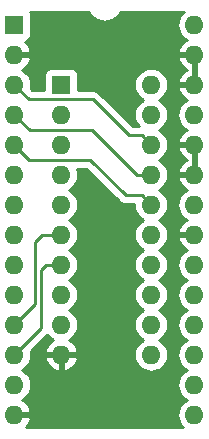
<source format=gbr>
G04 #@! TF.GenerationSoftware,KiCad,Pcbnew,(5.1.4)-1*
G04 #@! TF.CreationDate,2021-03-24T17:48:36-04:00*
G04 #@! TF.ProjectId,27c256_to_82s147,32376332-3536-45f7-946f-5f3832733134,rev?*
G04 #@! TF.SameCoordinates,Original*
G04 #@! TF.FileFunction,Copper,L2,Bot*
G04 #@! TF.FilePolarity,Positive*
%FSLAX46Y46*%
G04 Gerber Fmt 4.6, Leading zero omitted, Abs format (unit mm)*
G04 Created by KiCad (PCBNEW (5.1.4)-1) date 2021-03-24 17:48:36*
%MOMM*%
%LPD*%
G04 APERTURE LIST*
%ADD10O,1.600000X1.600000*%
%ADD11R,1.600000X1.600000*%
%ADD12C,0.250000*%
%ADD13C,0.254000*%
G04 APERTURE END LIST*
D10*
X136600000Y-85110000D03*
X128980000Y-107970000D03*
X136600000Y-87650000D03*
X128980000Y-105430000D03*
X136600000Y-90190000D03*
X128980000Y-102890000D03*
X136600000Y-92730000D03*
X128980000Y-100350000D03*
X136600000Y-95270000D03*
X128980000Y-97810000D03*
X136600000Y-97810000D03*
X128980000Y-95270000D03*
X136600000Y-100350000D03*
X128980000Y-92730000D03*
X136600000Y-102890000D03*
X128980000Y-90190000D03*
X136600000Y-105430000D03*
X128980000Y-87650000D03*
X136600000Y-107970000D03*
D11*
X128980000Y-85110000D03*
D10*
X140265001Y-80025001D03*
X125025001Y-113045001D03*
X140265001Y-82565001D03*
X125025001Y-110505001D03*
X140265001Y-85105001D03*
X125025001Y-107965001D03*
X140265001Y-87645001D03*
X125025001Y-105425001D03*
X140265001Y-90185001D03*
X125025001Y-102885001D03*
X140265001Y-92725001D03*
X125025001Y-100345001D03*
X140265001Y-95265001D03*
X125025001Y-97805001D03*
X140265001Y-97805001D03*
X125025001Y-95265001D03*
X140265001Y-100345001D03*
X125025001Y-92725001D03*
X140265001Y-102885001D03*
X125025001Y-90185001D03*
X140265001Y-105425001D03*
X125025001Y-87645001D03*
X140265001Y-107965001D03*
X125025001Y-85105001D03*
X140265001Y-110505001D03*
X125025001Y-82565001D03*
X140265001Y-113045001D03*
D11*
X125025001Y-80025001D03*
D12*
X135800001Y-89390001D02*
X134730001Y-89390001D01*
X136600000Y-90190000D02*
X135800001Y-89390001D01*
X134730001Y-89390001D02*
X131660000Y-86320000D01*
X126240000Y-86320000D02*
X125025001Y-85105001D01*
X131660000Y-86320000D02*
X126240000Y-86320000D01*
X136600000Y-92730000D02*
X135420000Y-92730000D01*
X135420000Y-92730000D02*
X131630000Y-88940000D01*
X126320000Y-88940000D02*
X125025001Y-87645001D01*
X131630000Y-88940000D02*
X126320000Y-88940000D01*
X125025001Y-107965001D02*
X127250000Y-105740002D01*
X127250000Y-105740002D02*
X127250000Y-100800000D01*
X127700000Y-100350000D02*
X128980000Y-100350000D01*
X127250000Y-100800000D02*
X127700000Y-100350000D01*
X135800001Y-94470001D02*
X134450001Y-94470001D01*
X136600000Y-95270000D02*
X135800001Y-94470001D01*
X134450001Y-94470001D02*
X131440000Y-91460000D01*
X126300000Y-91460000D02*
X125025001Y-90185001D01*
X131440000Y-91460000D02*
X126300000Y-91460000D01*
X126750000Y-103700002D02*
X125025001Y-105425001D01*
X126750000Y-98400000D02*
X126750000Y-103700002D01*
X128980000Y-97810000D02*
X127340000Y-97810000D01*
X127340000Y-97810000D02*
X126750000Y-98400000D01*
D13*
G36*
X131364750Y-79039226D02*
G01*
X131398185Y-79088795D01*
X131430955Y-79138873D01*
X131436780Y-79146014D01*
X131542523Y-79273836D01*
X131584957Y-79315975D01*
X131626820Y-79358724D01*
X131633921Y-79364598D01*
X131762477Y-79469446D01*
X131812288Y-79502540D01*
X131861660Y-79536346D01*
X131869766Y-79540729D01*
X132016239Y-79618610D01*
X132071540Y-79641403D01*
X132126525Y-79664970D01*
X132135329Y-79667695D01*
X132294139Y-79715643D01*
X132352824Y-79727263D01*
X132411332Y-79739699D01*
X132420495Y-79740662D01*
X132420497Y-79740662D01*
X132585596Y-79756850D01*
X132614443Y-79756850D01*
X132643121Y-79759964D01*
X132652336Y-79759996D01*
X132658270Y-79759975D01*
X132686936Y-79757062D01*
X132715750Y-79757263D01*
X132724922Y-79756364D01*
X132889904Y-79739024D01*
X132948536Y-79726989D01*
X133007260Y-79715787D01*
X133016080Y-79713124D01*
X133016086Y-79713122D01*
X133174554Y-79664068D01*
X133229692Y-79640890D01*
X133285164Y-79618478D01*
X133293300Y-79614152D01*
X133439226Y-79535250D01*
X133488795Y-79501815D01*
X133538873Y-79469045D01*
X133546014Y-79463220D01*
X133673836Y-79357477D01*
X133715975Y-79315043D01*
X133758724Y-79273180D01*
X133764598Y-79266079D01*
X133869446Y-79137523D01*
X133902540Y-79087712D01*
X133936346Y-79038340D01*
X133940729Y-79030234D01*
X134004658Y-78910000D01*
X139361630Y-78910000D01*
X139245393Y-79005393D01*
X139066069Y-79223900D01*
X138932819Y-79473193D01*
X138850765Y-79743692D01*
X138823058Y-80025001D01*
X138850765Y-80306310D01*
X138932819Y-80576809D01*
X139066069Y-80826102D01*
X139245393Y-81044609D01*
X139463900Y-81223933D01*
X139601683Y-81297580D01*
X139409870Y-81412616D01*
X139201482Y-81601587D01*
X139033964Y-81827581D01*
X138913755Y-82081914D01*
X138873097Y-82215962D01*
X138995086Y-82438001D01*
X140138001Y-82438001D01*
X140138001Y-82418001D01*
X140392001Y-82418001D01*
X140392001Y-82438001D01*
X140412001Y-82438001D01*
X140412001Y-82692001D01*
X140392001Y-82692001D01*
X140392001Y-84978001D01*
X140412001Y-84978001D01*
X140412001Y-85232001D01*
X140392001Y-85232001D01*
X140392001Y-85252001D01*
X140138001Y-85252001D01*
X140138001Y-85232001D01*
X138995086Y-85232001D01*
X138873097Y-85454040D01*
X138913755Y-85588088D01*
X139033964Y-85842421D01*
X139201482Y-86068415D01*
X139409870Y-86257386D01*
X139601683Y-86372422D01*
X139463900Y-86446069D01*
X139245393Y-86625393D01*
X139066069Y-86843900D01*
X138932819Y-87093193D01*
X138850765Y-87363692D01*
X138823058Y-87645001D01*
X138850765Y-87926310D01*
X138932819Y-88196809D01*
X139066069Y-88446102D01*
X139245393Y-88664609D01*
X139463900Y-88843933D01*
X139601683Y-88917580D01*
X139409870Y-89032616D01*
X139201482Y-89221587D01*
X139033964Y-89447581D01*
X138913755Y-89701914D01*
X138873097Y-89835962D01*
X138995086Y-90058001D01*
X140138001Y-90058001D01*
X140138001Y-90038001D01*
X140392001Y-90038001D01*
X140392001Y-90058001D01*
X140412001Y-90058001D01*
X140412001Y-90312001D01*
X140392001Y-90312001D01*
X140392001Y-92598001D01*
X140412001Y-92598001D01*
X140412001Y-92852001D01*
X140392001Y-92852001D01*
X140392001Y-92872001D01*
X140138001Y-92872001D01*
X140138001Y-92852001D01*
X138995086Y-92852001D01*
X138873097Y-93074040D01*
X138913755Y-93208088D01*
X139033964Y-93462421D01*
X139201482Y-93688415D01*
X139409870Y-93877386D01*
X139601683Y-93992422D01*
X139463900Y-94066069D01*
X139245393Y-94245393D01*
X139066069Y-94463900D01*
X138932819Y-94713193D01*
X138850765Y-94983692D01*
X138823058Y-95265001D01*
X138850765Y-95546310D01*
X138932819Y-95816809D01*
X139066069Y-96066102D01*
X139245393Y-96284609D01*
X139463900Y-96463933D01*
X139601683Y-96537580D01*
X139409870Y-96652616D01*
X139201482Y-96841587D01*
X139033964Y-97067581D01*
X138913755Y-97321914D01*
X138873097Y-97455962D01*
X138995086Y-97678001D01*
X140138001Y-97678001D01*
X140138001Y-97658001D01*
X140392001Y-97658001D01*
X140392001Y-97678001D01*
X140412001Y-97678001D01*
X140412001Y-97932001D01*
X140392001Y-97932001D01*
X140392001Y-97952001D01*
X140138001Y-97952001D01*
X140138001Y-97932001D01*
X138995086Y-97932001D01*
X138873097Y-98154040D01*
X138913755Y-98288088D01*
X139033964Y-98542421D01*
X139201482Y-98768415D01*
X139409870Y-98957386D01*
X139601683Y-99072422D01*
X139463900Y-99146069D01*
X139245393Y-99325393D01*
X139066069Y-99543900D01*
X138932819Y-99793193D01*
X138850765Y-100063692D01*
X138823058Y-100345001D01*
X138850765Y-100626310D01*
X138932819Y-100896809D01*
X139066069Y-101146102D01*
X139245393Y-101364609D01*
X139463900Y-101543933D01*
X139596859Y-101615001D01*
X139463900Y-101686069D01*
X139245393Y-101865393D01*
X139066069Y-102083900D01*
X138932819Y-102333193D01*
X138850765Y-102603692D01*
X138823058Y-102885001D01*
X138850765Y-103166310D01*
X138932819Y-103436809D01*
X139066069Y-103686102D01*
X139245393Y-103904609D01*
X139463900Y-104083933D01*
X139596859Y-104155001D01*
X139463900Y-104226069D01*
X139245393Y-104405393D01*
X139066069Y-104623900D01*
X138932819Y-104873193D01*
X138850765Y-105143692D01*
X138823058Y-105425001D01*
X138850765Y-105706310D01*
X138932819Y-105976809D01*
X139066069Y-106226102D01*
X139245393Y-106444609D01*
X139463900Y-106623933D01*
X139596859Y-106695001D01*
X139463900Y-106766069D01*
X139245393Y-106945393D01*
X139066069Y-107163900D01*
X138932819Y-107413193D01*
X138850765Y-107683692D01*
X138823058Y-107965001D01*
X138850765Y-108246310D01*
X138932819Y-108516809D01*
X139066069Y-108766102D01*
X139245393Y-108984609D01*
X139463900Y-109163933D01*
X139596859Y-109235001D01*
X139463900Y-109306069D01*
X139245393Y-109485393D01*
X139066069Y-109703900D01*
X138932819Y-109953193D01*
X138850765Y-110223692D01*
X138823058Y-110505001D01*
X138850765Y-110786310D01*
X138932819Y-111056809D01*
X139066069Y-111306102D01*
X139245393Y-111524609D01*
X139463900Y-111703933D01*
X139596859Y-111775001D01*
X139463900Y-111846069D01*
X139245393Y-112025393D01*
X139066069Y-112243900D01*
X138932819Y-112493193D01*
X138850765Y-112763692D01*
X138823058Y-113045001D01*
X138850765Y-113326310D01*
X138932819Y-113596809D01*
X139066069Y-113846102D01*
X139245393Y-114064609D01*
X139276332Y-114090000D01*
X125998552Y-114090000D01*
X126088520Y-114008415D01*
X126256038Y-113782421D01*
X126376247Y-113528088D01*
X126416905Y-113394040D01*
X126294916Y-113172001D01*
X125152001Y-113172001D01*
X125152001Y-113192001D01*
X124898001Y-113192001D01*
X124898001Y-113172001D01*
X124878001Y-113172001D01*
X124878001Y-112918001D01*
X124898001Y-112918001D01*
X124898001Y-112898001D01*
X125152001Y-112898001D01*
X125152001Y-112918001D01*
X126294916Y-112918001D01*
X126416905Y-112695962D01*
X126376247Y-112561914D01*
X126256038Y-112307581D01*
X126088520Y-112081587D01*
X125880132Y-111892616D01*
X125688319Y-111777580D01*
X125826102Y-111703933D01*
X126044609Y-111524609D01*
X126223933Y-111306102D01*
X126357183Y-111056809D01*
X126439237Y-110786310D01*
X126466944Y-110505001D01*
X126439237Y-110223692D01*
X126357183Y-109953193D01*
X126223933Y-109703900D01*
X126044609Y-109485393D01*
X125826102Y-109306069D01*
X125693143Y-109235001D01*
X125826102Y-109163933D01*
X126044609Y-108984609D01*
X126223933Y-108766102D01*
X126357183Y-108516809D01*
X126417175Y-108319039D01*
X127588096Y-108319039D01*
X127628754Y-108453087D01*
X127748963Y-108707420D01*
X127916481Y-108933414D01*
X128124869Y-109122385D01*
X128366119Y-109267070D01*
X128630960Y-109361909D01*
X128853000Y-109240624D01*
X128853000Y-108097000D01*
X129107000Y-108097000D01*
X129107000Y-109240624D01*
X129329040Y-109361909D01*
X129593881Y-109267070D01*
X129835131Y-109122385D01*
X130043519Y-108933414D01*
X130211037Y-108707420D01*
X130331246Y-108453087D01*
X130371904Y-108319039D01*
X130249915Y-108097000D01*
X129107000Y-108097000D01*
X128853000Y-108097000D01*
X127710085Y-108097000D01*
X127588096Y-108319039D01*
X126417175Y-108319039D01*
X126439237Y-108246310D01*
X126466944Y-107965001D01*
X126439237Y-107683692D01*
X126425709Y-107639095D01*
X127761004Y-106303800D01*
X127790001Y-106280003D01*
X127805601Y-106260994D01*
X127960392Y-106449608D01*
X128178899Y-106628932D01*
X128316682Y-106702579D01*
X128124869Y-106817615D01*
X127916481Y-107006586D01*
X127748963Y-107232580D01*
X127628754Y-107486913D01*
X127588096Y-107620961D01*
X127710085Y-107843000D01*
X128853000Y-107843000D01*
X128853000Y-107823000D01*
X129107000Y-107823000D01*
X129107000Y-107843000D01*
X130249915Y-107843000D01*
X130371904Y-107620961D01*
X130331246Y-107486913D01*
X130211037Y-107232580D01*
X130043519Y-107006586D01*
X129835131Y-106817615D01*
X129643318Y-106702579D01*
X129781101Y-106628932D01*
X129999608Y-106449608D01*
X130178932Y-106231101D01*
X130312182Y-105981808D01*
X130394236Y-105711309D01*
X130421943Y-105430000D01*
X130394236Y-105148691D01*
X130312182Y-104878192D01*
X130178932Y-104628899D01*
X129999608Y-104410392D01*
X129781101Y-104231068D01*
X129648142Y-104160000D01*
X129781101Y-104088932D01*
X129999608Y-103909608D01*
X130178932Y-103691101D01*
X130312182Y-103441808D01*
X130394236Y-103171309D01*
X130421943Y-102890000D01*
X130394236Y-102608691D01*
X130312182Y-102338192D01*
X130178932Y-102088899D01*
X129999608Y-101870392D01*
X129781101Y-101691068D01*
X129648142Y-101620000D01*
X129781101Y-101548932D01*
X129999608Y-101369608D01*
X130178932Y-101151101D01*
X130312182Y-100901808D01*
X130394236Y-100631309D01*
X130421943Y-100350000D01*
X130394236Y-100068691D01*
X130312182Y-99798192D01*
X130178932Y-99548899D01*
X129999608Y-99330392D01*
X129781101Y-99151068D01*
X129648142Y-99080000D01*
X129781101Y-99008932D01*
X129999608Y-98829608D01*
X130178932Y-98611101D01*
X130312182Y-98361808D01*
X130394236Y-98091309D01*
X130421943Y-97810000D01*
X130394236Y-97528691D01*
X130312182Y-97258192D01*
X130178932Y-97008899D01*
X129999608Y-96790392D01*
X129781101Y-96611068D01*
X129648142Y-96540000D01*
X129781101Y-96468932D01*
X129999608Y-96289608D01*
X130178932Y-96071101D01*
X130312182Y-95821808D01*
X130394236Y-95551309D01*
X130421943Y-95270000D01*
X130394236Y-94988691D01*
X130312182Y-94718192D01*
X130178932Y-94468899D01*
X129999608Y-94250392D01*
X129781101Y-94071068D01*
X129648142Y-94000000D01*
X129781101Y-93928932D01*
X129999608Y-93749608D01*
X130178932Y-93531101D01*
X130312182Y-93281808D01*
X130394236Y-93011309D01*
X130421943Y-92730000D01*
X130394236Y-92448691D01*
X130324864Y-92220000D01*
X131125199Y-92220000D01*
X133886201Y-94981003D01*
X133910000Y-95010002D01*
X134025725Y-95104975D01*
X134157754Y-95175547D01*
X134301015Y-95219004D01*
X134412668Y-95230001D01*
X134412677Y-95230001D01*
X134450000Y-95233677D01*
X134487323Y-95230001D01*
X135161997Y-95230001D01*
X135158057Y-95270000D01*
X135185764Y-95551309D01*
X135267818Y-95821808D01*
X135401068Y-96071101D01*
X135580392Y-96289608D01*
X135798899Y-96468932D01*
X135931858Y-96540000D01*
X135798899Y-96611068D01*
X135580392Y-96790392D01*
X135401068Y-97008899D01*
X135267818Y-97258192D01*
X135185764Y-97528691D01*
X135158057Y-97810000D01*
X135185764Y-98091309D01*
X135267818Y-98361808D01*
X135401068Y-98611101D01*
X135580392Y-98829608D01*
X135798899Y-99008932D01*
X135931858Y-99080000D01*
X135798899Y-99151068D01*
X135580392Y-99330392D01*
X135401068Y-99548899D01*
X135267818Y-99798192D01*
X135185764Y-100068691D01*
X135158057Y-100350000D01*
X135185764Y-100631309D01*
X135267818Y-100901808D01*
X135401068Y-101151101D01*
X135580392Y-101369608D01*
X135798899Y-101548932D01*
X135931858Y-101620000D01*
X135798899Y-101691068D01*
X135580392Y-101870392D01*
X135401068Y-102088899D01*
X135267818Y-102338192D01*
X135185764Y-102608691D01*
X135158057Y-102890000D01*
X135185764Y-103171309D01*
X135267818Y-103441808D01*
X135401068Y-103691101D01*
X135580392Y-103909608D01*
X135798899Y-104088932D01*
X135931858Y-104160000D01*
X135798899Y-104231068D01*
X135580392Y-104410392D01*
X135401068Y-104628899D01*
X135267818Y-104878192D01*
X135185764Y-105148691D01*
X135158057Y-105430000D01*
X135185764Y-105711309D01*
X135267818Y-105981808D01*
X135401068Y-106231101D01*
X135580392Y-106449608D01*
X135798899Y-106628932D01*
X135931858Y-106700000D01*
X135798899Y-106771068D01*
X135580392Y-106950392D01*
X135401068Y-107168899D01*
X135267818Y-107418192D01*
X135185764Y-107688691D01*
X135158057Y-107970000D01*
X135185764Y-108251309D01*
X135267818Y-108521808D01*
X135401068Y-108771101D01*
X135580392Y-108989608D01*
X135798899Y-109168932D01*
X136048192Y-109302182D01*
X136318691Y-109384236D01*
X136529508Y-109405000D01*
X136670492Y-109405000D01*
X136881309Y-109384236D01*
X137151808Y-109302182D01*
X137401101Y-109168932D01*
X137619608Y-108989608D01*
X137798932Y-108771101D01*
X137932182Y-108521808D01*
X138014236Y-108251309D01*
X138041943Y-107970000D01*
X138014236Y-107688691D01*
X137932182Y-107418192D01*
X137798932Y-107168899D01*
X137619608Y-106950392D01*
X137401101Y-106771068D01*
X137268142Y-106700000D01*
X137401101Y-106628932D01*
X137619608Y-106449608D01*
X137798932Y-106231101D01*
X137932182Y-105981808D01*
X138014236Y-105711309D01*
X138041943Y-105430000D01*
X138014236Y-105148691D01*
X137932182Y-104878192D01*
X137798932Y-104628899D01*
X137619608Y-104410392D01*
X137401101Y-104231068D01*
X137268142Y-104160000D01*
X137401101Y-104088932D01*
X137619608Y-103909608D01*
X137798932Y-103691101D01*
X137932182Y-103441808D01*
X138014236Y-103171309D01*
X138041943Y-102890000D01*
X138014236Y-102608691D01*
X137932182Y-102338192D01*
X137798932Y-102088899D01*
X137619608Y-101870392D01*
X137401101Y-101691068D01*
X137268142Y-101620000D01*
X137401101Y-101548932D01*
X137619608Y-101369608D01*
X137798932Y-101151101D01*
X137932182Y-100901808D01*
X138014236Y-100631309D01*
X138041943Y-100350000D01*
X138014236Y-100068691D01*
X137932182Y-99798192D01*
X137798932Y-99548899D01*
X137619608Y-99330392D01*
X137401101Y-99151068D01*
X137268142Y-99080000D01*
X137401101Y-99008932D01*
X137619608Y-98829608D01*
X137798932Y-98611101D01*
X137932182Y-98361808D01*
X138014236Y-98091309D01*
X138041943Y-97810000D01*
X138014236Y-97528691D01*
X137932182Y-97258192D01*
X137798932Y-97008899D01*
X137619608Y-96790392D01*
X137401101Y-96611068D01*
X137268142Y-96540000D01*
X137401101Y-96468932D01*
X137619608Y-96289608D01*
X137798932Y-96071101D01*
X137932182Y-95821808D01*
X138014236Y-95551309D01*
X138041943Y-95270000D01*
X138014236Y-94988691D01*
X137932182Y-94718192D01*
X137798932Y-94468899D01*
X137619608Y-94250392D01*
X137401101Y-94071068D01*
X137268142Y-94000000D01*
X137401101Y-93928932D01*
X137619608Y-93749608D01*
X137798932Y-93531101D01*
X137932182Y-93281808D01*
X138014236Y-93011309D01*
X138041943Y-92730000D01*
X138014236Y-92448691D01*
X137932182Y-92178192D01*
X137798932Y-91928899D01*
X137619608Y-91710392D01*
X137401101Y-91531068D01*
X137268142Y-91460000D01*
X137401101Y-91388932D01*
X137619608Y-91209608D01*
X137798932Y-90991101D01*
X137932182Y-90741808D01*
X137995206Y-90534040D01*
X138873097Y-90534040D01*
X138913755Y-90668088D01*
X139033964Y-90922421D01*
X139201482Y-91148415D01*
X139409870Y-91337386D01*
X139605983Y-91455001D01*
X139409870Y-91572616D01*
X139201482Y-91761587D01*
X139033964Y-91987581D01*
X138913755Y-92241914D01*
X138873097Y-92375962D01*
X138995086Y-92598001D01*
X140138001Y-92598001D01*
X140138001Y-90312001D01*
X138995086Y-90312001D01*
X138873097Y-90534040D01*
X137995206Y-90534040D01*
X138014236Y-90471309D01*
X138041943Y-90190000D01*
X138014236Y-89908691D01*
X137932182Y-89638192D01*
X137798932Y-89388899D01*
X137619608Y-89170392D01*
X137401101Y-88991068D01*
X137268142Y-88920000D01*
X137401101Y-88848932D01*
X137619608Y-88669608D01*
X137798932Y-88451101D01*
X137932182Y-88201808D01*
X138014236Y-87931309D01*
X138041943Y-87650000D01*
X138014236Y-87368691D01*
X137932182Y-87098192D01*
X137798932Y-86848899D01*
X137619608Y-86630392D01*
X137401101Y-86451068D01*
X137268142Y-86380000D01*
X137401101Y-86308932D01*
X137619608Y-86129608D01*
X137798932Y-85911101D01*
X137932182Y-85661808D01*
X138014236Y-85391309D01*
X138041943Y-85110000D01*
X138014236Y-84828691D01*
X137932182Y-84558192D01*
X137798932Y-84308899D01*
X137619608Y-84090392D01*
X137401101Y-83911068D01*
X137151808Y-83777818D01*
X136881309Y-83695764D01*
X136670492Y-83675000D01*
X136529508Y-83675000D01*
X136318691Y-83695764D01*
X136048192Y-83777818D01*
X135798899Y-83911068D01*
X135580392Y-84090392D01*
X135401068Y-84308899D01*
X135267818Y-84558192D01*
X135185764Y-84828691D01*
X135158057Y-85110000D01*
X135185764Y-85391309D01*
X135267818Y-85661808D01*
X135401068Y-85911101D01*
X135580392Y-86129608D01*
X135798899Y-86308932D01*
X135931858Y-86380000D01*
X135798899Y-86451068D01*
X135580392Y-86630392D01*
X135401068Y-86848899D01*
X135267818Y-87098192D01*
X135185764Y-87368691D01*
X135158057Y-87650000D01*
X135185764Y-87931309D01*
X135267818Y-88201808D01*
X135401068Y-88451101D01*
X135547887Y-88630001D01*
X135044803Y-88630001D01*
X132223804Y-85809003D01*
X132200001Y-85779999D01*
X132084276Y-85685026D01*
X131952247Y-85614454D01*
X131808986Y-85570997D01*
X131697333Y-85560000D01*
X131697322Y-85560000D01*
X131660000Y-85556324D01*
X131622678Y-85560000D01*
X130418072Y-85560000D01*
X130418072Y-84310000D01*
X130405812Y-84185518D01*
X130369502Y-84065820D01*
X130310537Y-83955506D01*
X130231185Y-83858815D01*
X130134494Y-83779463D01*
X130024180Y-83720498D01*
X129904482Y-83684188D01*
X129780000Y-83671928D01*
X128180000Y-83671928D01*
X128055518Y-83684188D01*
X127935820Y-83720498D01*
X127825506Y-83779463D01*
X127728815Y-83858815D01*
X127649463Y-83955506D01*
X127590498Y-84065820D01*
X127554188Y-84185518D01*
X127541928Y-84310000D01*
X127541928Y-85560000D01*
X126554802Y-85560000D01*
X126425709Y-85430907D01*
X126439237Y-85386310D01*
X126466944Y-85105001D01*
X126439237Y-84823692D01*
X126357183Y-84553193D01*
X126223933Y-84303900D01*
X126044609Y-84085393D01*
X125826102Y-83906069D01*
X125688319Y-83832422D01*
X125880132Y-83717386D01*
X126088520Y-83528415D01*
X126256038Y-83302421D01*
X126376247Y-83048088D01*
X126416905Y-82914040D01*
X138873097Y-82914040D01*
X138913755Y-83048088D01*
X139033964Y-83302421D01*
X139201482Y-83528415D01*
X139409870Y-83717386D01*
X139605983Y-83835001D01*
X139409870Y-83952616D01*
X139201482Y-84141587D01*
X139033964Y-84367581D01*
X138913755Y-84621914D01*
X138873097Y-84755962D01*
X138995086Y-84978001D01*
X140138001Y-84978001D01*
X140138001Y-82692001D01*
X138995086Y-82692001D01*
X138873097Y-82914040D01*
X126416905Y-82914040D01*
X126294916Y-82692001D01*
X125152001Y-82692001D01*
X125152001Y-82712001D01*
X124898001Y-82712001D01*
X124898001Y-82692001D01*
X124878001Y-82692001D01*
X124878001Y-82438001D01*
X124898001Y-82438001D01*
X124898001Y-82418001D01*
X125152001Y-82418001D01*
X125152001Y-82438001D01*
X126294916Y-82438001D01*
X126416905Y-82215962D01*
X126376247Y-82081914D01*
X126256038Y-81827581D01*
X126088520Y-81601587D01*
X125924921Y-81453232D01*
X125949483Y-81450813D01*
X126069181Y-81414503D01*
X126179495Y-81355538D01*
X126276186Y-81276186D01*
X126355538Y-81179495D01*
X126414503Y-81069181D01*
X126450813Y-80949483D01*
X126463073Y-80825001D01*
X126463073Y-79225001D01*
X126450813Y-79100519D01*
X126414503Y-78980821D01*
X126376648Y-78910000D01*
X131294878Y-78910000D01*
X131364750Y-79039226D01*
X131364750Y-79039226D01*
G37*
X131364750Y-79039226D02*
X131398185Y-79088795D01*
X131430955Y-79138873D01*
X131436780Y-79146014D01*
X131542523Y-79273836D01*
X131584957Y-79315975D01*
X131626820Y-79358724D01*
X131633921Y-79364598D01*
X131762477Y-79469446D01*
X131812288Y-79502540D01*
X131861660Y-79536346D01*
X131869766Y-79540729D01*
X132016239Y-79618610D01*
X132071540Y-79641403D01*
X132126525Y-79664970D01*
X132135329Y-79667695D01*
X132294139Y-79715643D01*
X132352824Y-79727263D01*
X132411332Y-79739699D01*
X132420495Y-79740662D01*
X132420497Y-79740662D01*
X132585596Y-79756850D01*
X132614443Y-79756850D01*
X132643121Y-79759964D01*
X132652336Y-79759996D01*
X132658270Y-79759975D01*
X132686936Y-79757062D01*
X132715750Y-79757263D01*
X132724922Y-79756364D01*
X132889904Y-79739024D01*
X132948536Y-79726989D01*
X133007260Y-79715787D01*
X133016080Y-79713124D01*
X133016086Y-79713122D01*
X133174554Y-79664068D01*
X133229692Y-79640890D01*
X133285164Y-79618478D01*
X133293300Y-79614152D01*
X133439226Y-79535250D01*
X133488795Y-79501815D01*
X133538873Y-79469045D01*
X133546014Y-79463220D01*
X133673836Y-79357477D01*
X133715975Y-79315043D01*
X133758724Y-79273180D01*
X133764598Y-79266079D01*
X133869446Y-79137523D01*
X133902540Y-79087712D01*
X133936346Y-79038340D01*
X133940729Y-79030234D01*
X134004658Y-78910000D01*
X139361630Y-78910000D01*
X139245393Y-79005393D01*
X139066069Y-79223900D01*
X138932819Y-79473193D01*
X138850765Y-79743692D01*
X138823058Y-80025001D01*
X138850765Y-80306310D01*
X138932819Y-80576809D01*
X139066069Y-80826102D01*
X139245393Y-81044609D01*
X139463900Y-81223933D01*
X139601683Y-81297580D01*
X139409870Y-81412616D01*
X139201482Y-81601587D01*
X139033964Y-81827581D01*
X138913755Y-82081914D01*
X138873097Y-82215962D01*
X138995086Y-82438001D01*
X140138001Y-82438001D01*
X140138001Y-82418001D01*
X140392001Y-82418001D01*
X140392001Y-82438001D01*
X140412001Y-82438001D01*
X140412001Y-82692001D01*
X140392001Y-82692001D01*
X140392001Y-84978001D01*
X140412001Y-84978001D01*
X140412001Y-85232001D01*
X140392001Y-85232001D01*
X140392001Y-85252001D01*
X140138001Y-85252001D01*
X140138001Y-85232001D01*
X138995086Y-85232001D01*
X138873097Y-85454040D01*
X138913755Y-85588088D01*
X139033964Y-85842421D01*
X139201482Y-86068415D01*
X139409870Y-86257386D01*
X139601683Y-86372422D01*
X139463900Y-86446069D01*
X139245393Y-86625393D01*
X139066069Y-86843900D01*
X138932819Y-87093193D01*
X138850765Y-87363692D01*
X138823058Y-87645001D01*
X138850765Y-87926310D01*
X138932819Y-88196809D01*
X139066069Y-88446102D01*
X139245393Y-88664609D01*
X139463900Y-88843933D01*
X139601683Y-88917580D01*
X139409870Y-89032616D01*
X139201482Y-89221587D01*
X139033964Y-89447581D01*
X138913755Y-89701914D01*
X138873097Y-89835962D01*
X138995086Y-90058001D01*
X140138001Y-90058001D01*
X140138001Y-90038001D01*
X140392001Y-90038001D01*
X140392001Y-90058001D01*
X140412001Y-90058001D01*
X140412001Y-90312001D01*
X140392001Y-90312001D01*
X140392001Y-92598001D01*
X140412001Y-92598001D01*
X140412001Y-92852001D01*
X140392001Y-92852001D01*
X140392001Y-92872001D01*
X140138001Y-92872001D01*
X140138001Y-92852001D01*
X138995086Y-92852001D01*
X138873097Y-93074040D01*
X138913755Y-93208088D01*
X139033964Y-93462421D01*
X139201482Y-93688415D01*
X139409870Y-93877386D01*
X139601683Y-93992422D01*
X139463900Y-94066069D01*
X139245393Y-94245393D01*
X139066069Y-94463900D01*
X138932819Y-94713193D01*
X138850765Y-94983692D01*
X138823058Y-95265001D01*
X138850765Y-95546310D01*
X138932819Y-95816809D01*
X139066069Y-96066102D01*
X139245393Y-96284609D01*
X139463900Y-96463933D01*
X139601683Y-96537580D01*
X139409870Y-96652616D01*
X139201482Y-96841587D01*
X139033964Y-97067581D01*
X138913755Y-97321914D01*
X138873097Y-97455962D01*
X138995086Y-97678001D01*
X140138001Y-97678001D01*
X140138001Y-97658001D01*
X140392001Y-97658001D01*
X140392001Y-97678001D01*
X140412001Y-97678001D01*
X140412001Y-97932001D01*
X140392001Y-97932001D01*
X140392001Y-97952001D01*
X140138001Y-97952001D01*
X140138001Y-97932001D01*
X138995086Y-97932001D01*
X138873097Y-98154040D01*
X138913755Y-98288088D01*
X139033964Y-98542421D01*
X139201482Y-98768415D01*
X139409870Y-98957386D01*
X139601683Y-99072422D01*
X139463900Y-99146069D01*
X139245393Y-99325393D01*
X139066069Y-99543900D01*
X138932819Y-99793193D01*
X138850765Y-100063692D01*
X138823058Y-100345001D01*
X138850765Y-100626310D01*
X138932819Y-100896809D01*
X139066069Y-101146102D01*
X139245393Y-101364609D01*
X139463900Y-101543933D01*
X139596859Y-101615001D01*
X139463900Y-101686069D01*
X139245393Y-101865393D01*
X139066069Y-102083900D01*
X138932819Y-102333193D01*
X138850765Y-102603692D01*
X138823058Y-102885001D01*
X138850765Y-103166310D01*
X138932819Y-103436809D01*
X139066069Y-103686102D01*
X139245393Y-103904609D01*
X139463900Y-104083933D01*
X139596859Y-104155001D01*
X139463900Y-104226069D01*
X139245393Y-104405393D01*
X139066069Y-104623900D01*
X138932819Y-104873193D01*
X138850765Y-105143692D01*
X138823058Y-105425001D01*
X138850765Y-105706310D01*
X138932819Y-105976809D01*
X139066069Y-106226102D01*
X139245393Y-106444609D01*
X139463900Y-106623933D01*
X139596859Y-106695001D01*
X139463900Y-106766069D01*
X139245393Y-106945393D01*
X139066069Y-107163900D01*
X138932819Y-107413193D01*
X138850765Y-107683692D01*
X138823058Y-107965001D01*
X138850765Y-108246310D01*
X138932819Y-108516809D01*
X139066069Y-108766102D01*
X139245393Y-108984609D01*
X139463900Y-109163933D01*
X139596859Y-109235001D01*
X139463900Y-109306069D01*
X139245393Y-109485393D01*
X139066069Y-109703900D01*
X138932819Y-109953193D01*
X138850765Y-110223692D01*
X138823058Y-110505001D01*
X138850765Y-110786310D01*
X138932819Y-111056809D01*
X139066069Y-111306102D01*
X139245393Y-111524609D01*
X139463900Y-111703933D01*
X139596859Y-111775001D01*
X139463900Y-111846069D01*
X139245393Y-112025393D01*
X139066069Y-112243900D01*
X138932819Y-112493193D01*
X138850765Y-112763692D01*
X138823058Y-113045001D01*
X138850765Y-113326310D01*
X138932819Y-113596809D01*
X139066069Y-113846102D01*
X139245393Y-114064609D01*
X139276332Y-114090000D01*
X125998552Y-114090000D01*
X126088520Y-114008415D01*
X126256038Y-113782421D01*
X126376247Y-113528088D01*
X126416905Y-113394040D01*
X126294916Y-113172001D01*
X125152001Y-113172001D01*
X125152001Y-113192001D01*
X124898001Y-113192001D01*
X124898001Y-113172001D01*
X124878001Y-113172001D01*
X124878001Y-112918001D01*
X124898001Y-112918001D01*
X124898001Y-112898001D01*
X125152001Y-112898001D01*
X125152001Y-112918001D01*
X126294916Y-112918001D01*
X126416905Y-112695962D01*
X126376247Y-112561914D01*
X126256038Y-112307581D01*
X126088520Y-112081587D01*
X125880132Y-111892616D01*
X125688319Y-111777580D01*
X125826102Y-111703933D01*
X126044609Y-111524609D01*
X126223933Y-111306102D01*
X126357183Y-111056809D01*
X126439237Y-110786310D01*
X126466944Y-110505001D01*
X126439237Y-110223692D01*
X126357183Y-109953193D01*
X126223933Y-109703900D01*
X126044609Y-109485393D01*
X125826102Y-109306069D01*
X125693143Y-109235001D01*
X125826102Y-109163933D01*
X126044609Y-108984609D01*
X126223933Y-108766102D01*
X126357183Y-108516809D01*
X126417175Y-108319039D01*
X127588096Y-108319039D01*
X127628754Y-108453087D01*
X127748963Y-108707420D01*
X127916481Y-108933414D01*
X128124869Y-109122385D01*
X128366119Y-109267070D01*
X128630960Y-109361909D01*
X128853000Y-109240624D01*
X128853000Y-108097000D01*
X129107000Y-108097000D01*
X129107000Y-109240624D01*
X129329040Y-109361909D01*
X129593881Y-109267070D01*
X129835131Y-109122385D01*
X130043519Y-108933414D01*
X130211037Y-108707420D01*
X130331246Y-108453087D01*
X130371904Y-108319039D01*
X130249915Y-108097000D01*
X129107000Y-108097000D01*
X128853000Y-108097000D01*
X127710085Y-108097000D01*
X127588096Y-108319039D01*
X126417175Y-108319039D01*
X126439237Y-108246310D01*
X126466944Y-107965001D01*
X126439237Y-107683692D01*
X126425709Y-107639095D01*
X127761004Y-106303800D01*
X127790001Y-106280003D01*
X127805601Y-106260994D01*
X127960392Y-106449608D01*
X128178899Y-106628932D01*
X128316682Y-106702579D01*
X128124869Y-106817615D01*
X127916481Y-107006586D01*
X127748963Y-107232580D01*
X127628754Y-107486913D01*
X127588096Y-107620961D01*
X127710085Y-107843000D01*
X128853000Y-107843000D01*
X128853000Y-107823000D01*
X129107000Y-107823000D01*
X129107000Y-107843000D01*
X130249915Y-107843000D01*
X130371904Y-107620961D01*
X130331246Y-107486913D01*
X130211037Y-107232580D01*
X130043519Y-107006586D01*
X129835131Y-106817615D01*
X129643318Y-106702579D01*
X129781101Y-106628932D01*
X129999608Y-106449608D01*
X130178932Y-106231101D01*
X130312182Y-105981808D01*
X130394236Y-105711309D01*
X130421943Y-105430000D01*
X130394236Y-105148691D01*
X130312182Y-104878192D01*
X130178932Y-104628899D01*
X129999608Y-104410392D01*
X129781101Y-104231068D01*
X129648142Y-104160000D01*
X129781101Y-104088932D01*
X129999608Y-103909608D01*
X130178932Y-103691101D01*
X130312182Y-103441808D01*
X130394236Y-103171309D01*
X130421943Y-102890000D01*
X130394236Y-102608691D01*
X130312182Y-102338192D01*
X130178932Y-102088899D01*
X129999608Y-101870392D01*
X129781101Y-101691068D01*
X129648142Y-101620000D01*
X129781101Y-101548932D01*
X129999608Y-101369608D01*
X130178932Y-101151101D01*
X130312182Y-100901808D01*
X130394236Y-100631309D01*
X130421943Y-100350000D01*
X130394236Y-100068691D01*
X130312182Y-99798192D01*
X130178932Y-99548899D01*
X129999608Y-99330392D01*
X129781101Y-99151068D01*
X129648142Y-99080000D01*
X129781101Y-99008932D01*
X129999608Y-98829608D01*
X130178932Y-98611101D01*
X130312182Y-98361808D01*
X130394236Y-98091309D01*
X130421943Y-97810000D01*
X130394236Y-97528691D01*
X130312182Y-97258192D01*
X130178932Y-97008899D01*
X129999608Y-96790392D01*
X129781101Y-96611068D01*
X129648142Y-96540000D01*
X129781101Y-96468932D01*
X129999608Y-96289608D01*
X130178932Y-96071101D01*
X130312182Y-95821808D01*
X130394236Y-95551309D01*
X130421943Y-95270000D01*
X130394236Y-94988691D01*
X130312182Y-94718192D01*
X130178932Y-94468899D01*
X129999608Y-94250392D01*
X129781101Y-94071068D01*
X129648142Y-94000000D01*
X129781101Y-93928932D01*
X129999608Y-93749608D01*
X130178932Y-93531101D01*
X130312182Y-93281808D01*
X130394236Y-93011309D01*
X130421943Y-92730000D01*
X130394236Y-92448691D01*
X130324864Y-92220000D01*
X131125199Y-92220000D01*
X133886201Y-94981003D01*
X133910000Y-95010002D01*
X134025725Y-95104975D01*
X134157754Y-95175547D01*
X134301015Y-95219004D01*
X134412668Y-95230001D01*
X134412677Y-95230001D01*
X134450000Y-95233677D01*
X134487323Y-95230001D01*
X135161997Y-95230001D01*
X135158057Y-95270000D01*
X135185764Y-95551309D01*
X135267818Y-95821808D01*
X135401068Y-96071101D01*
X135580392Y-96289608D01*
X135798899Y-96468932D01*
X135931858Y-96540000D01*
X135798899Y-96611068D01*
X135580392Y-96790392D01*
X135401068Y-97008899D01*
X135267818Y-97258192D01*
X135185764Y-97528691D01*
X135158057Y-97810000D01*
X135185764Y-98091309D01*
X135267818Y-98361808D01*
X135401068Y-98611101D01*
X135580392Y-98829608D01*
X135798899Y-99008932D01*
X135931858Y-99080000D01*
X135798899Y-99151068D01*
X135580392Y-99330392D01*
X135401068Y-99548899D01*
X135267818Y-99798192D01*
X135185764Y-100068691D01*
X135158057Y-100350000D01*
X135185764Y-100631309D01*
X135267818Y-100901808D01*
X135401068Y-101151101D01*
X135580392Y-101369608D01*
X135798899Y-101548932D01*
X135931858Y-101620000D01*
X135798899Y-101691068D01*
X135580392Y-101870392D01*
X135401068Y-102088899D01*
X135267818Y-102338192D01*
X135185764Y-102608691D01*
X135158057Y-102890000D01*
X135185764Y-103171309D01*
X135267818Y-103441808D01*
X135401068Y-103691101D01*
X135580392Y-103909608D01*
X135798899Y-104088932D01*
X135931858Y-104160000D01*
X135798899Y-104231068D01*
X135580392Y-104410392D01*
X135401068Y-104628899D01*
X135267818Y-104878192D01*
X135185764Y-105148691D01*
X135158057Y-105430000D01*
X135185764Y-105711309D01*
X135267818Y-105981808D01*
X135401068Y-106231101D01*
X135580392Y-106449608D01*
X135798899Y-106628932D01*
X135931858Y-106700000D01*
X135798899Y-106771068D01*
X135580392Y-106950392D01*
X135401068Y-107168899D01*
X135267818Y-107418192D01*
X135185764Y-107688691D01*
X135158057Y-107970000D01*
X135185764Y-108251309D01*
X135267818Y-108521808D01*
X135401068Y-108771101D01*
X135580392Y-108989608D01*
X135798899Y-109168932D01*
X136048192Y-109302182D01*
X136318691Y-109384236D01*
X136529508Y-109405000D01*
X136670492Y-109405000D01*
X136881309Y-109384236D01*
X137151808Y-109302182D01*
X137401101Y-109168932D01*
X137619608Y-108989608D01*
X137798932Y-108771101D01*
X137932182Y-108521808D01*
X138014236Y-108251309D01*
X138041943Y-107970000D01*
X138014236Y-107688691D01*
X137932182Y-107418192D01*
X137798932Y-107168899D01*
X137619608Y-106950392D01*
X137401101Y-106771068D01*
X137268142Y-106700000D01*
X137401101Y-106628932D01*
X137619608Y-106449608D01*
X137798932Y-106231101D01*
X137932182Y-105981808D01*
X138014236Y-105711309D01*
X138041943Y-105430000D01*
X138014236Y-105148691D01*
X137932182Y-104878192D01*
X137798932Y-104628899D01*
X137619608Y-104410392D01*
X137401101Y-104231068D01*
X137268142Y-104160000D01*
X137401101Y-104088932D01*
X137619608Y-103909608D01*
X137798932Y-103691101D01*
X137932182Y-103441808D01*
X138014236Y-103171309D01*
X138041943Y-102890000D01*
X138014236Y-102608691D01*
X137932182Y-102338192D01*
X137798932Y-102088899D01*
X137619608Y-101870392D01*
X137401101Y-101691068D01*
X137268142Y-101620000D01*
X137401101Y-101548932D01*
X137619608Y-101369608D01*
X137798932Y-101151101D01*
X137932182Y-100901808D01*
X138014236Y-100631309D01*
X138041943Y-100350000D01*
X138014236Y-100068691D01*
X137932182Y-99798192D01*
X137798932Y-99548899D01*
X137619608Y-99330392D01*
X137401101Y-99151068D01*
X137268142Y-99080000D01*
X137401101Y-99008932D01*
X137619608Y-98829608D01*
X137798932Y-98611101D01*
X137932182Y-98361808D01*
X138014236Y-98091309D01*
X138041943Y-97810000D01*
X138014236Y-97528691D01*
X137932182Y-97258192D01*
X137798932Y-97008899D01*
X137619608Y-96790392D01*
X137401101Y-96611068D01*
X137268142Y-96540000D01*
X137401101Y-96468932D01*
X137619608Y-96289608D01*
X137798932Y-96071101D01*
X137932182Y-95821808D01*
X138014236Y-95551309D01*
X138041943Y-95270000D01*
X138014236Y-94988691D01*
X137932182Y-94718192D01*
X137798932Y-94468899D01*
X137619608Y-94250392D01*
X137401101Y-94071068D01*
X137268142Y-94000000D01*
X137401101Y-93928932D01*
X137619608Y-93749608D01*
X137798932Y-93531101D01*
X137932182Y-93281808D01*
X138014236Y-93011309D01*
X138041943Y-92730000D01*
X138014236Y-92448691D01*
X137932182Y-92178192D01*
X137798932Y-91928899D01*
X137619608Y-91710392D01*
X137401101Y-91531068D01*
X137268142Y-91460000D01*
X137401101Y-91388932D01*
X137619608Y-91209608D01*
X137798932Y-90991101D01*
X137932182Y-90741808D01*
X137995206Y-90534040D01*
X138873097Y-90534040D01*
X138913755Y-90668088D01*
X139033964Y-90922421D01*
X139201482Y-91148415D01*
X139409870Y-91337386D01*
X139605983Y-91455001D01*
X139409870Y-91572616D01*
X139201482Y-91761587D01*
X139033964Y-91987581D01*
X138913755Y-92241914D01*
X138873097Y-92375962D01*
X138995086Y-92598001D01*
X140138001Y-92598001D01*
X140138001Y-90312001D01*
X138995086Y-90312001D01*
X138873097Y-90534040D01*
X137995206Y-90534040D01*
X138014236Y-90471309D01*
X138041943Y-90190000D01*
X138014236Y-89908691D01*
X137932182Y-89638192D01*
X137798932Y-89388899D01*
X137619608Y-89170392D01*
X137401101Y-88991068D01*
X137268142Y-88920000D01*
X137401101Y-88848932D01*
X137619608Y-88669608D01*
X137798932Y-88451101D01*
X137932182Y-88201808D01*
X138014236Y-87931309D01*
X138041943Y-87650000D01*
X138014236Y-87368691D01*
X137932182Y-87098192D01*
X137798932Y-86848899D01*
X137619608Y-86630392D01*
X137401101Y-86451068D01*
X137268142Y-86380000D01*
X137401101Y-86308932D01*
X137619608Y-86129608D01*
X137798932Y-85911101D01*
X137932182Y-85661808D01*
X138014236Y-85391309D01*
X138041943Y-85110000D01*
X138014236Y-84828691D01*
X137932182Y-84558192D01*
X137798932Y-84308899D01*
X137619608Y-84090392D01*
X137401101Y-83911068D01*
X137151808Y-83777818D01*
X136881309Y-83695764D01*
X136670492Y-83675000D01*
X136529508Y-83675000D01*
X136318691Y-83695764D01*
X136048192Y-83777818D01*
X135798899Y-83911068D01*
X135580392Y-84090392D01*
X135401068Y-84308899D01*
X135267818Y-84558192D01*
X135185764Y-84828691D01*
X135158057Y-85110000D01*
X135185764Y-85391309D01*
X135267818Y-85661808D01*
X135401068Y-85911101D01*
X135580392Y-86129608D01*
X135798899Y-86308932D01*
X135931858Y-86380000D01*
X135798899Y-86451068D01*
X135580392Y-86630392D01*
X135401068Y-86848899D01*
X135267818Y-87098192D01*
X135185764Y-87368691D01*
X135158057Y-87650000D01*
X135185764Y-87931309D01*
X135267818Y-88201808D01*
X135401068Y-88451101D01*
X135547887Y-88630001D01*
X135044803Y-88630001D01*
X132223804Y-85809003D01*
X132200001Y-85779999D01*
X132084276Y-85685026D01*
X131952247Y-85614454D01*
X131808986Y-85570997D01*
X131697333Y-85560000D01*
X131697322Y-85560000D01*
X131660000Y-85556324D01*
X131622678Y-85560000D01*
X130418072Y-85560000D01*
X130418072Y-84310000D01*
X130405812Y-84185518D01*
X130369502Y-84065820D01*
X130310537Y-83955506D01*
X130231185Y-83858815D01*
X130134494Y-83779463D01*
X130024180Y-83720498D01*
X129904482Y-83684188D01*
X129780000Y-83671928D01*
X128180000Y-83671928D01*
X128055518Y-83684188D01*
X127935820Y-83720498D01*
X127825506Y-83779463D01*
X127728815Y-83858815D01*
X127649463Y-83955506D01*
X127590498Y-84065820D01*
X127554188Y-84185518D01*
X127541928Y-84310000D01*
X127541928Y-85560000D01*
X126554802Y-85560000D01*
X126425709Y-85430907D01*
X126439237Y-85386310D01*
X126466944Y-85105001D01*
X126439237Y-84823692D01*
X126357183Y-84553193D01*
X126223933Y-84303900D01*
X126044609Y-84085393D01*
X125826102Y-83906069D01*
X125688319Y-83832422D01*
X125880132Y-83717386D01*
X126088520Y-83528415D01*
X126256038Y-83302421D01*
X126376247Y-83048088D01*
X126416905Y-82914040D01*
X138873097Y-82914040D01*
X138913755Y-83048088D01*
X139033964Y-83302421D01*
X139201482Y-83528415D01*
X139409870Y-83717386D01*
X139605983Y-83835001D01*
X139409870Y-83952616D01*
X139201482Y-84141587D01*
X139033964Y-84367581D01*
X138913755Y-84621914D01*
X138873097Y-84755962D01*
X138995086Y-84978001D01*
X140138001Y-84978001D01*
X140138001Y-82692001D01*
X138995086Y-82692001D01*
X138873097Y-82914040D01*
X126416905Y-82914040D01*
X126294916Y-82692001D01*
X125152001Y-82692001D01*
X125152001Y-82712001D01*
X124898001Y-82712001D01*
X124898001Y-82692001D01*
X124878001Y-82692001D01*
X124878001Y-82438001D01*
X124898001Y-82438001D01*
X124898001Y-82418001D01*
X125152001Y-82418001D01*
X125152001Y-82438001D01*
X126294916Y-82438001D01*
X126416905Y-82215962D01*
X126376247Y-82081914D01*
X126256038Y-81827581D01*
X126088520Y-81601587D01*
X125924921Y-81453232D01*
X125949483Y-81450813D01*
X126069181Y-81414503D01*
X126179495Y-81355538D01*
X126276186Y-81276186D01*
X126355538Y-81179495D01*
X126414503Y-81069181D01*
X126450813Y-80949483D01*
X126463073Y-80825001D01*
X126463073Y-79225001D01*
X126450813Y-79100519D01*
X126414503Y-78980821D01*
X126376648Y-78910000D01*
X131294878Y-78910000D01*
X131364750Y-79039226D01*
M02*

</source>
